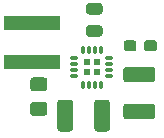
<source format=gbr>
G04 #@! TF.GenerationSoftware,KiCad,Pcbnew,5.1.9-73d0e3b20d~88~ubuntu20.04.1*
G04 #@! TF.CreationDate,2021-03-18T21:34:13+01:00*
G04 #@! TF.ProjectId,de10-shield,64653130-2d73-4686-9965-6c642e6b6963,rev?*
G04 #@! TF.SameCoordinates,Original*
G04 #@! TF.FileFunction,Paste,Top*
G04 #@! TF.FilePolarity,Positive*
%FSLAX46Y46*%
G04 Gerber Fmt 4.6, Leading zero omitted, Abs format (unit mm)*
G04 Created by KiCad (PCBNEW 5.1.9-73d0e3b20d~88~ubuntu20.04.1) date 2021-03-18 21:34:13*
%MOMM*%
%LPD*%
G01*
G04 APERTURE LIST*
%ADD10R,4.700000X1.180000*%
%ADD11O,0.750000X0.300000*%
%ADD12O,0.300000X0.750000*%
%ADD13R,0.540000X0.540000*%
G04 APERTURE END LIST*
G36*
G01*
X152243750Y-108575000D02*
X153156250Y-108575000D01*
G75*
G02*
X153400000Y-108818750I0J-243750D01*
G01*
X153400000Y-109306250D01*
G75*
G02*
X153156250Y-109550000I-243750J0D01*
G01*
X152243750Y-109550000D01*
G75*
G02*
X152000000Y-109306250I0J243750D01*
G01*
X152000000Y-108818750D01*
G75*
G02*
X152243750Y-108575000I243750J0D01*
G01*
G37*
G36*
G01*
X152243750Y-110450000D02*
X153156250Y-110450000D01*
G75*
G02*
X153400000Y-110693750I0J-243750D01*
G01*
X153400000Y-111181250D01*
G75*
G02*
X153156250Y-111425000I-243750J0D01*
G01*
X152243750Y-111425000D01*
G75*
G02*
X152000000Y-111181250I0J243750D01*
G01*
X152000000Y-110693750D01*
G75*
G02*
X152243750Y-110450000I243750J0D01*
G01*
G37*
D10*
X147400000Y-110245000D03*
X147400000Y-113555000D03*
D11*
X153975000Y-114750000D03*
X153975000Y-114250000D03*
X153975000Y-113750000D03*
X153975000Y-113250000D03*
D12*
X153250000Y-112525000D03*
X152750000Y-112525000D03*
X152250000Y-112525000D03*
X151750000Y-112525000D03*
D11*
X151025000Y-113250000D03*
X151025000Y-113750000D03*
X151025000Y-114250000D03*
X151025000Y-114750000D03*
D12*
X151750000Y-115475000D03*
X152250000Y-115475000D03*
X152750000Y-115475000D03*
X153250000Y-115475000D03*
D13*
X152050000Y-113550000D03*
X152050000Y-114450000D03*
X152950000Y-113550000D03*
X152950000Y-114450000D03*
G36*
G01*
X157600001Y-118425000D02*
X155399999Y-118425000D01*
G75*
G02*
X155150000Y-118175001I0J249999D01*
G01*
X155150000Y-117349999D01*
G75*
G02*
X155399999Y-117100000I249999J0D01*
G01*
X157600001Y-117100000D01*
G75*
G02*
X157850000Y-117349999I0J-249999D01*
G01*
X157850000Y-118175001D01*
G75*
G02*
X157600001Y-118425000I-249999J0D01*
G01*
G37*
G36*
G01*
X157600001Y-115300000D02*
X155399999Y-115300000D01*
G75*
G02*
X155150000Y-115050001I0J249999D01*
G01*
X155150000Y-114224999D01*
G75*
G02*
X155399999Y-113975000I249999J0D01*
G01*
X157600001Y-113975000D01*
G75*
G02*
X157850000Y-114224999I0J-249999D01*
G01*
X157850000Y-115050001D01*
G75*
G02*
X157600001Y-115300000I-249999J0D01*
G01*
G37*
G36*
G01*
X150900000Y-116999999D02*
X150900000Y-119200001D01*
G75*
G02*
X150650001Y-119450000I-249999J0D01*
G01*
X149824999Y-119450000D01*
G75*
G02*
X149575000Y-119200001I0J249999D01*
G01*
X149575000Y-116999999D01*
G75*
G02*
X149824999Y-116750000I249999J0D01*
G01*
X150650001Y-116750000D01*
G75*
G02*
X150900000Y-116999999I0J-249999D01*
G01*
G37*
G36*
G01*
X154025000Y-116999999D02*
X154025000Y-119200001D01*
G75*
G02*
X153775001Y-119450000I-249999J0D01*
G01*
X152949999Y-119450000D01*
G75*
G02*
X152700000Y-119200001I0J249999D01*
G01*
X152700000Y-116999999D01*
G75*
G02*
X152949999Y-116750000I249999J0D01*
G01*
X153775001Y-116750000D01*
G75*
G02*
X154025000Y-116999999I0J-249999D01*
G01*
G37*
G36*
G01*
X148475000Y-118125000D02*
X147525000Y-118125000D01*
G75*
G02*
X147275000Y-117875000I0J250000D01*
G01*
X147275000Y-117200000D01*
G75*
G02*
X147525000Y-116950000I250000J0D01*
G01*
X148475000Y-116950000D01*
G75*
G02*
X148725000Y-117200000I0J-250000D01*
G01*
X148725000Y-117875000D01*
G75*
G02*
X148475000Y-118125000I-250000J0D01*
G01*
G37*
G36*
G01*
X148475000Y-116050000D02*
X147525000Y-116050000D01*
G75*
G02*
X147275000Y-115800000I0J250000D01*
G01*
X147275000Y-115125000D01*
G75*
G02*
X147525000Y-114875000I250000J0D01*
G01*
X148475000Y-114875000D01*
G75*
G02*
X148725000Y-115125000I0J-250000D01*
G01*
X148725000Y-115800000D01*
G75*
G02*
X148475000Y-116050000I-250000J0D01*
G01*
G37*
G36*
G01*
X155200000Y-112437500D02*
X155200000Y-111962500D01*
G75*
G02*
X155437500Y-111725000I237500J0D01*
G01*
X156037500Y-111725000D01*
G75*
G02*
X156275000Y-111962500I0J-237500D01*
G01*
X156275000Y-112437500D01*
G75*
G02*
X156037500Y-112675000I-237500J0D01*
G01*
X155437500Y-112675000D01*
G75*
G02*
X155200000Y-112437500I0J237500D01*
G01*
G37*
G36*
G01*
X156925000Y-112437500D02*
X156925000Y-111962500D01*
G75*
G02*
X157162500Y-111725000I237500J0D01*
G01*
X157762500Y-111725000D01*
G75*
G02*
X158000000Y-111962500I0J-237500D01*
G01*
X158000000Y-112437500D01*
G75*
G02*
X157762500Y-112675000I-237500J0D01*
G01*
X157162500Y-112675000D01*
G75*
G02*
X156925000Y-112437500I0J237500D01*
G01*
G37*
M02*

</source>
